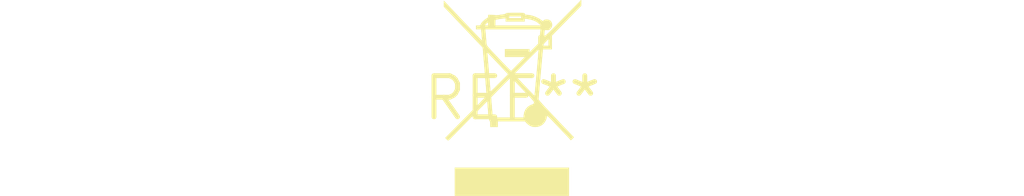
<source format=kicad_pcb>
(kicad_pcb (version 20240108) (generator pcbnew)
  (layers (0 "F.Cu" signal) (31 "B.Cu" signal) (34 "B.Paste" user) (35 "F.Paste" user) (36 "B.SilkS" user "B.Silkscreen") (37 "F.SilkS" user "F.Silkscreen") (38 "B.Mask" user) (39 "F.Mask" user) (44 "Edge.Cuts" user))
  (net 0 "")
  (footprint "WEEE-Logo_4.2x6mm_SilkScreen" (layer "F.Cu") (at 0 0)
    (property "Reference" "REF**")
    (property "Value" "WEEE-Logo_4.2x6mm_SilkScreen")
    (fp_poly (pts (xy 1.747822 3.017822) (xy -1.772971 3.017822) (xy -1.772971 2.150198) (xy 1.747822 2.150198) (xy 1.747822 3.017822)) (layer "F.SilkS") (stroke (width 0.01)) (fill solid))
    (fp_poly (pts (xy 2.12443 -2.935152) (xy 2.123811 -2.848069) (xy 1.672086 -2.389109) (xy 1.220361 -1.930148) (xy 1.220032 -1.719529) (xy 1.219703 -1.508911) (xy 0.94461 -1.508911) (xy 0.937522 -1.45547) (xy 0.934838 -1.431112) (xy 0.930313 -1.385241) (xy 0.924191 -1.320595) (xy 0.916712 -1.239909) (xy 0.908119 -1.145919) (xy 0.898654 -1.041363) (xy 0.888558 -0.928975) (xy 0.878074 -0.811493) (xy 0.867444 -0.691652) (xy 0.856909 -0.572189) (xy 0.846713 -0.455841) (xy 0.837095 -0.345343) (xy 0.8283 -0.243431) (xy 0.820568 -0.152842) (xy 0.814142 -0.076313) (xy 0.809263 -0.016579) (xy 0.806175 0.023624) (xy 0.805117 0.041559) (xy 0.805118 0.041644) (xy 0.812827 0.056035) (xy 0.835981 0.085748) (xy 0.874895 0.131131) (xy 0.929884 0.192529) (xy 1.001264 0.270288) (xy 1.089349 0.364754) (xy 1.194454 0.476272) (xy 1.316895 0.605188) (xy 1.35131 0.641287) (xy 1.897137 1.213416) (xy 1.808881 1.301436) (xy 1.737485 1.223758) (xy 1.711366 1.195686) (xy 1.670566 1.152274) (xy 1.617777 1.096366) (xy 1.555691 1.030808) (xy 1.487 0.958441) (xy 1.414396 0.882112) (xy 1.37096 0.836524) (xy 1.289416 0.751119) (xy 1.223504 0.68271) (xy 1.171544 0.630053) (xy 1.131855 0.591905) (xy 1.102757 0.56702) (xy 1.082569 0.554156) (xy 1.06961 0.552068) (xy 1.0622 0.559513) (xy 1.058658 0.575246) (xy 1.057303 0.598023) (xy 1.057121 0.604239) (xy 1.047703 0.647061) (xy 1.024497 0.698819) (xy 0.992136 0.751328) (xy 0.955252 0.796403) (xy 0.940493 0.810328) (xy 0.864767 0.859047) (xy 0.776308 0.886306) (xy 0.6981 0.892773) (xy 0.609468 0.880576) (xy 0.527612 0.844813) (xy 0.455164 0.786722) (xy 0.441797 0.772262) (xy 0.392918 0.716733) (xy -0.452674 0.716733) (xy -0.452674 0.892773) (xy -0.67901 0.892773) (xy -0.67901 0.810531) (xy -0.68185 0.754386) (xy -0.691393 0.715416) (xy -0.702991 0.694219) (xy -0.711277 0.679052) (xy -0.718373 0.657062) (xy -0.724748 0.624987) (xy -0.730872 0.579569) (xy -0.737216 0.517548) (xy -0.74425 0.435662) (xy -0.749066 0.374746) (xy -0.771161 0.089343) (xy -1.313565 0.638805) (xy -1.411637 0.738228) (xy -1.505784 0.833815) (xy -1.594285 0.92381) (xy -1.67542 1.006457) (xy -1.747469 1.080001) (xy -1.808712 1.142684) (xy -1.857427 1.192752) (xy -1.891896 1.228448) (xy -1.910379 1.247995) (xy -1.940743 1.278944) (xy -1.966071 1.30053) (xy -1.979695 1.307723) (xy -1.997095 1.299297) (xy -2.02246 1.278245) (xy -2.031058 1.269671) (xy -2.067514 1.23162) (xy -1.866802 1.027658) (xy -1.815596 0.975699) (xy -1.749569 0.90882) (xy -1.671618 0.82995) (xy -1.584638 0.742014) (xy -1.491526 0.647941) (xy -1.395179 0.550658) (xy -1.298492 0.453093) (xy -1.229134 0.383145) (xy -1.123703 0.27655) (xy -1.035129 0.186307) (xy -0.962281 0.111192) (xy -0.904023 0.049986) (xy -0.859225 0.001466) (xy -0.837021 -0.023871) (xy -0.658724 -0.023871) (xy -0.636401 0.261555) (xy -0.629669 0.345219) (xy -0.623157 0.421727) (xy -0.617234 0.487081) (xy -0.612268 0.537281) (xy -0.608629 0.568329) (xy -0.607458 0.575273) (xy -0.600838 0.603565) (xy 0.348636 0.603565) (xy 0.354974 0.524606) (xy 0.37411 0.431315) (xy 0.414154 0.348791) (xy 0.472582 0.280038) (xy 0.546871 0.228063) (xy 0.630252 0.196863) (xy 0.657302 0.182228) (xy 0.670844 0.150819) (xy 0.671128 0.149434) (xy 0.672753 0.136174) (xy 0.670744 0.122595) (xy 0.663142 0.106181) (xy 0.647984 0.084411) (xy 0.623312 0.054767) (xy 0.587164 0.014732) (xy 0.53758 -0.038215) (xy 0.472599 -0.106591) (xy 0.468401 -0.110995) (xy 0.398507 -0.184389) (xy 0.3242 -0.262563) (xy 0.250586 -0.340136) (xy 0.182771 -0.411725) (xy 0.12586 -0.471949) (xy 0.113168 -0.485413) (xy 0.064513 -0.53618) (xy 0.021291 -0.579625) (xy -0.013395 -0.612759) (xy -0.036444 -0.632595) (xy -0.044182 -0.636954) (xy -0.055722 -0.62783) (xy -0.08271 -0.6028) (xy -0.123021 -0.563948) (xy -0.174529 -0.513357) (xy -0.235109 -0.453112) (xy -0.302636 -0.385296) (xy -0.357826 -0.329435) (xy -0.658724 -0.023871) (xy -0.837021 -0.023871) (xy -0.826751 -0.035589) (xy -0.805471 -0.062401) (xy -0.794251 -0.080192) (xy -0.791754 -0.08843) (xy -0.7927 -0.10641) (xy -0.795573 -0.147108) (xy -0.800187 -0.208181) (xy -0.806358 -0.287287) (xy -0.813898 -0.382086) (xy -0.822621 -0.490233) (xy -0.832343 -0.609388) (xy -0.842876 -0.737209) (xy -0.851365 -0.839365) (xy -0.899396 -1.415326) (xy -0.775805 -1.415326) (xy -0.775273 -1.402896) (xy -0.772769 -1.36789) (xy -0.768496 -1.312785) (xy -0.762653 -1.240057) (xy -0.755443 -1.152186) (xy -0.747066 -1.051649) (xy -0.737723 -0.940923) (xy -0.728758 -0.835795) (xy -0.718602 -0.716517) (xy -0.709142 -0.60392) (xy -0.700596 -0.500695) (xy -0.693179 -0.409527) (xy -0.687108 -0.333105) (xy -0.682601 -0.274117) (xy -0.679873 -0.235251) (xy -0.679116 -0.220156) (xy -0.677935 -0.210762) (xy -0.673256 -0.207034) (xy -0.663276 -0.210529) (xy -0.64619 -0.222801) (xy -0.620196 -0.245406) (xy -0.58349 -0.2799) (xy -0.534267 -0.327838) (xy -0.470726 -0.390776) (xy -0.403305 -0.458032) (xy -0.127601 -0.733523) (xy -0.129533 -0.735594) (xy 0.05271 -0.735594) (xy 0.061016 -0.72422) (xy 0.084267 -0.697437) (xy 0.120135 -0.657708) (xy 0.166287 -0.607493) (xy 0.220394 -0.549254) (xy 0.280126 -0.485453) (xy 0.343152 -0.418551) (xy 0.407142 -0.35101) (xy 0.469764 -0.28529) (xy 0.52869 -0.223854) (xy 0.581588 -0.169163) (xy 0.626128 -0.123678) (xy 0.65998 -0.089862) (xy 0.680812 -0.070174) (xy 0.686494 -0.066163) (xy 0.688366 -0.079109) (xy 0.692254 -0.114866) (xy 0.697943 -0.171196) (xy 0.705219 -0.24586) (xy 0.713869 -0.33662) (xy 0.723678 -0.441238) (xy 0.734434 -0.557474) (xy 0.745921 -0.683092) (xy 0.755093 -0.784382) (xy 0.766826 -0.915721) (xy 0.777665 -1.039448) (xy 0.78743 -1.153319) (xy 0.795937 -1.255089) (xy 0.803005 -1.342513) (xy 0.808451 -1.413347) (xy 0.812092 -1.465347) (xy 0.813747 -1.496268) (xy 0.813558 -1.504297) (xy 0.803666 -1.497146) (xy 0.778476 -1.474159) (xy 0.74019 -1.437561) (xy 0.691011 -1.389578) (xy 0.633139 -1.332434) (xy 0.568778 -1.268353) (xy 0.500129 -1.199562) (xy 0.429395 -1.128284) (xy 0.358778 -1.056745) (xy 0.29048 -0.98717) (xy 0.226704 -0.921783) (xy 0.16965 -0.862809) (xy 0.121522 -0.812473) (xy 0.084522 -0.773001) (xy 0.060852 -0.746617) (xy 0.05271 -0.735594) (xy -0.129533 -0.735594) (xy -0.230409 -0.843705) (xy -0.282768 -0.899623) (xy -0.341535 -0.962052) (xy -0.404385 -1.028557) (xy -0.468995 -1.096702) (xy -0.533042 -1.164052) (xy -0.594203 -1.228172) (xy -0.650153 -1.286628) (xy -0.69857 -1.336982) (xy -0.73713 -1.376802) (xy -0.763509 -1.40365) (xy -0.775384 -1.415092) (xy -0.775805 -1.415326) (xy -0.899396 -1.415326) (xy -0.911401 -1.559274) (xy -1.511938 -2.190842) (xy -2.112475 -2.822411) (xy -2.112034 -2.910685) (xy -2.111592 -2.99896) (xy -2.014583 -2.895334) (xy -1.960291 -2.837537) (xy -1.896192 -2.769632) (xy -1.824016 -2.693428) (xy -1.745492 -2.610731) (xy -1.662349 -2.523347) (xy -1.576319 -2.433085) (xy -1.48913 -2.34175) (xy -1.402513 -2.251151) (xy -1.318197 -2.163093) (xy -1.237912 -2.079385) (xy -1.163387 -2.001833) (xy -1.096354 -1.932243) (xy -1.038541 -1.872424) (xy -0.991679 -1.824182) (xy -0.957496 -1.789324) (xy -0.937724 -1.769657) (xy -0.93339 -1.765884) (xy -0.933092 -1.779008) (xy -0.934731 -1.812611) (xy -0.938023 -1.86212) (xy -0.942682 -1.922963) (xy -0.944682 -1.947268) (xy -0.959577 -2.125049) (xy -0.842955 -2.125049) (xy -0.836934 -2.096757) (xy -0.833863 -2.074382) (xy -0.829548 -2.032283) (xy -0.824488 -1.975822) (xy -0.819181 -1.910365) (xy -0.817344 -1.886138) (xy -0.811927 -1.816579) (xy -0.806459 -1.751982) (xy -0.801488 -1.698452) (xy -0.797561 -1.66209) (xy -0.796675 -1.655491) (xy -0.793334 -1.641944) (xy -0.786101 -1.626086) (xy -0.77344 -1.606139) (xy -0.753811 -1.580327) (xy -0.725678 -1.546871) (xy -0.687502 -1.503993) (xy -0.637746 -1.449917) (xy -0.574871 -1.382864) (xy -0.497341 -1.301057) (xy -0.418251 -1.21805) (xy -0.339564 -1.135906) (xy -0.266112 -1.059831) (xy -0.199724 -0.991675) (xy -0.142227 -0.933288) (xy -0.095451 -0.886519) (xy -0.061224 -0.853218) (xy -0.041373 -0.835233) (xy -0.03714 -0.832558) (xy -0.026003 -0.842259) (xy 2.9e-05 -0.867559) (xy 0.03843 -0.905918) (xy 0.086672 -0.9548) (xy 0.14223 -1.011666) (xy 0.182408 -1.053094) (xy 0.392169 -1.27) (xy -0.226337 -1.27) (xy -0.226337 -1.508911) (xy 0.528119 -1.508911) (xy 0.528119 -1.402458) (xy 0.666435 -1.540346) (xy 0.764553 -1.63816) (xy 0.955643 -1.63816) (xy 0.957471 -1.62273) (xy 0.966723 -1.614133) (xy 0.98905 -1.610387) (xy 1.030105 -1.609511) (xy 1.037376 -1.609505) (xy 1.119109 -1.609505) (xy 1.119109 -1.828828) (xy 1.037376 -1.747821) (xy 0.99127 -1.698572) (xy 0.963694 -1.660841) (xy 0.955643 -1.63816) (xy 0.764553 -1.63816) (xy 0.804752 -1.678234) (xy 0.804752 -1.801048) (xy 0.805137 -1.85755) (xy 0.8069 -1.893495) (xy 0.81095 -1.91347) (xy 0.818199 -1.922063) (xy 0.82913 -1.923861) (xy 0.841288 -1.926502) (xy 0.850273 -1.937088) (xy 0.857174 -1.959619) (xy 0.863076 -1.998091) (xy 0.869065 -2.056502) (xy 0.870987 -2.077896) (xy 0.875148 -2.125049) (xy -0.842955 -2.125049) (xy -0.959577 -2.125049) (xy -1.119109 -2.125049) (xy -1.119109 -2.238218) (xy -1.051314 -2.238218) (xy -1.011662 -2.239304) (xy -0.990116 -2.244546) (xy -0.98748 -2.247666) (xy -0.848616 -2.247666) (xy -0.841308 -2.240538) (xy -0.815993 -2.238338) (xy -0.798908 -2.238218) (xy -0.741881 -2.238218) (xy -0.529221 -2.238218) (xy 0.885302 -2.238218) (xy 0.837458 -2.287214) (xy 0.76315 -2.347676) (xy 0.671184 -2.394309) (xy 0.560002 -2.427751) (xy 0.449529 -2.446247) (xy 0.377227 -2.454878) (xy 0.377227 -2.36396) (xy -0.201188 -2.36396) (xy -0.201188 -2.467107) (xy -0.286065 -2.458504) (xy -0.345368 -2.451244) (xy -0.408551 -2.441621) (xy -0.446386 -2.434748) (xy -0.521832 -2.419593) (xy -0.525526 -2.328905) (xy -0.529221 -2.238218) (xy -0.741881 -2.238218) (xy -0.741881 -2.288515) (xy -0.743544 -2.320024) (xy -0.747697 -2.337537) (xy -0.749371 -2.338812) (xy -0.767987 -2.330746) (xy -0.795183 -2.31118) (xy -0.822448 -2.287056) (xy -0.841267 -2.265318) (xy -0.842943 -2.262492) (xy -0.848616 -2.247666) (xy -0.98748 -2.247666) (xy -0.979662 -2.256919) (xy -0.975442 -2.270396) (xy -0.958219 -2.305373) (xy -0.925138 -2.347421) (xy -0.881893 -2.390644) (xy -0.834174 -2.429146) (xy -0.80283 -2.449199) (xy -0.767123 -2.471149) (xy -0.748819 -2.489589) (xy -0.742388 -2.511332) (xy -0.741894 -2.524282) (xy -0.741894 -2.527425) (xy -0.100594 -2.527425) (xy -0.100594 -2.464554) (xy 0.276633 -2.464554) (xy 0.276633 -2.527425) (xy -0.100594 -2.527425) (xy -0.741894 -2.527425) (xy -0.741881 -2.565148) (xy -0.636048 -2.565148) (xy -0.587355 -2.563971) (xy -0.549405 -2.560835) (xy -0.528308 -2.556329) (xy -0.526023 -2.554505) (xy -0.512641 -2.551705) (xy -0.480074 -2.552852) (xy -0.433916 -2.557607) (xy -0.402376 -2.561997) (xy -0.345188 -2.570622) (xy -0.292886 -2.578409) (xy -0.253582 -2.584153) (xy -0.242055 -2.585785) (xy -0.211937 -2.595112) (xy -0.201188 -2.609728) (xy -0.19792 -2.61568) (xy -0.18623 -2.620222) (xy -0.163288 -2.62353) (xy -0.126265 -2.625785) (xy -0.072332 -2.627166) (xy 0.00134 -2.62785) (xy 0.08802 -2.62802) (xy 0.180529 -2.627923) (xy 0.250906 -2.62747) (xy 0.302164 -2.62641) (xy 0.33732 -2.624497) (xy 0.359389 -2.621481) (xy 0.371385 -2.617115) (xy 0.376324 -2.611151) (xy 0.377227 -2.604216) (xy 0.384921 -2.582205) (xy 0.410121 -2.569679) (xy 0.456009 -2.565212) (xy 0.464264 -2.565148) (xy 0.541973 -2.557132) (xy 0.630233 -2.535064) (xy 0.721085 -2.501916) (xy 0.80657 -2.460661) (xy 0.878726 -2.414269) (xy 0.888072 -2.406918) (xy 0.918533 -2.383002) (xy 0.936572 -2.373424) (xy 0.949169 -2.37652) (xy 0.9621 -2.389296) (xy 1.000293 -2.414322) (xy 1.049998 -2.423929) (xy 1.103524 -2.418933) (xy 1.153178 -2.400149) (xy 1.191267 -2.368394) (xy 1.194025 -2.364703) (xy 1.222526 -2.305425) (xy 1.227828 -2.244066) (xy 1.210518 -2.185573) (xy 1.17118 -2.134896) (xy 1.16637 -2.130711) (xy 1.13844 -2.110833) (xy 1.110102 -2.102079) (xy 1.070263 -2.101447) (xy 1.060311 -2.102008) (xy 1.021332 -2.103438) (xy 1.001254 -2.100161) (xy 0.993985 -2.090272) (xy 0.99324 -2.081039) (xy 0.991716 -2.054256) (xy 0.987935 -2.013975) (xy 0.985218 -1.989876) (xy 0.981277 -1.951599) (xy 0.982916 -1.932004) (xy 0.992421 -1.924842) (xy 1.009351 -1.923861) (xy 1.019392 -1.927099) (xy 1.03559 -1.93758) (xy 1.059145 -1.956452) (xy 1.091257 -1.984865) (xy 1.133128 -2.023965) (xy 1.185957 -2.074903) (xy 1.250945 -2.138827) (xy 1.329291 -2.216886) (xy 1.422197 -2.310228) (xy 1.530863 -2.420002) (xy 1.583231 -2.473048) (xy 2.125049 -3.022233) (xy 2.12443 -2.935152)) (layer "F.SilkS") (stroke (width 0.01)) (fill solid))
  )
)
</source>
